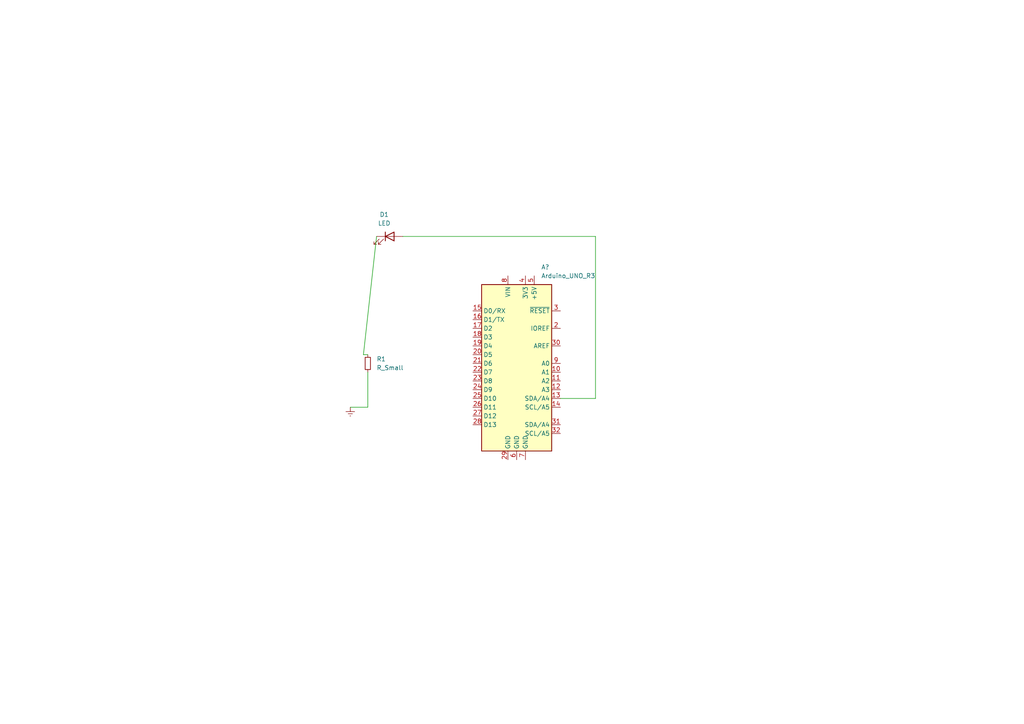
<source format=kicad_sch>
(kicad_sch (version 20211123) (generator eeschema)
  (paper "A4")
  (lib_symbols
    (symbol "Device:LED" (pin_numbers hide) (pin_names (offset 1.016) hide)
      (property "Reference" "D" (at 0 2.54 0))
      (property "Value" "LED" (at 0 -2.54 0))
      (symbol "LED_0_1"
        (polyline (pts (xy -1.27 -1.27) (xy -1.27 1.27)) (stroke (width 0.254)))
        (polyline (pts (xy -1.27 0) (xy 1.27 0)))
        (polyline (pts (xy 1.27 -1.27) (xy 1.27 1.27) (xy -1.27 0) (xy 1.27 -1.27)) (stroke (width 0.254)))
        (polyline (pts (xy -3.048 -0.762) (xy -4.572 -2.286) (xy -3.81 -2.286) (xy -4.572 -2.286) (xy -4.572 -1.524)))
        (polyline (pts (xy -1.778 -0.762) (xy -3.302 -2.286) (xy -2.54 -2.286) (xy -3.302 -2.286) (xy -3.302 -1.524)))
      )
      (symbol "LED_1_1"
        (pin passive line (at -3.81 0 0) (length 2.54) (name "K") (number "1"))
        (pin passive line (at 3.81 0 180) (length 2.54) (name "A") (number "2"))
      )
    )
    (symbol "Device:R_Small" (pin_numbers hide) (pin_names (offset 0.254) hide)
      (property "Reference" "R" (at 0.762 0.508 0))
      (property "Value" "R_Small" (at 0.762 -1.016 0))
      (symbol "R_Small_0_1"
        (rectangle (start -0.762 1.778) (end 0.762 -1.778) (stroke (width 0.2032)))
      )
      (symbol "R_Small_1_1"
        (pin passive line (at 0 2.54 270) (length 0.762) (name "~") (number "1"))
        (pin passive line (at 0 -2.54 90) (length 0.762) (name "~") (number "2"))
      )
    )
    (symbol "MCU_Module:Arduino_UNO_R3"
      (property "Reference" "A" (at -10.16 23.495 0))
      (property "Value" "Arduino_UNO_R3" (at 5.08 -26.67 0))
      (symbol "Arduino_UNO_R3_0_1"
        (rectangle (start -10.16 22.86) (end 10.16 -25.4) (stroke (width 0.254)) (fill (type background)))
      )
      (symbol "Arduino_UNO_R3_1_1"
        (pin no_connect line (at -10.16 -20.32 0) (length 2.54) hide (name "NC") (number "1"))
        (pin bidirectional line (at 12.7 -2.54 180) (length 2.54) (name "A1") (number "10"))
        (pin bidirectional line (at 12.7 -5.08 180) (length 2.54) (name "A2") (number "11"))
        (pin bidirectional line (at 12.7 -7.62 180) (length 2.54) (name "A3") (number "12"))
        (pin bidirectional line (at 12.7 -10.16 180) (length 2.54) (name "SDA/A4") (number "13"))
        (pin bidirectional line (at 12.7 -12.7 180) (length 2.54) (name "SCL/A5") (number "14"))
        (pin bidirectional line (at -12.7 15.24 0) (length 2.54) (name "D0/RX") (number "15"))
        (pin bidirectional line (at -12.7 12.7 0) (length 2.54) (name "D1/TX") (number "16"))
        (pin bidirectional line (at -12.7 10.16 0) (length 2.54) (name "D2") (number "17"))
        (pin bidirectional line (at -12.7 7.62 0) (length 2.54) (name "D3") (number "18"))
        (pin bidirectional line (at -12.7 5.08 0) (length 2.54) (name "D4") (number "19"))
        (pin output line (at 12.7 10.16 180) (length 2.54) (name "IOREF") (number "2"))
        (pin bidirectional line (at -12.7 2.54 0) (length 2.54) (name "D5") (number "20"))
        (pin bidirectional line (at -12.7 0 0) (length 2.54) (name "D6") (number "21"))
        (pin bidirectional line (at -12.7 -2.54 0) (length 2.54) (name "D7") (number "22"))
        (pin bidirectional line (at -12.7 -5.08 0) (length 2.54) (name "D8") (number "23"))
        (pin bidirectional line (at -12.7 -7.62 0) (length 2.54) (name "D9") (number "24"))
        (pin bidirectional line (at -12.7 -10.16 0) (length 2.54) (name "D10") (number "25"))
        (pin bidirectional line (at -12.7 -12.7 0) (length 2.54) (name "D11") (number "26"))
        (pin bidirectional line (at -12.7 -15.24 0) (length 2.54) (name "D12") (number "27"))
        (pin bidirectional line (at -12.7 -17.78 0) (length 2.54) (name "D13") (number "28"))
        (pin power_in line (at -2.54 -27.94 90) (length 2.54) (name "GND") (number "29"))
        (pin input line (at 12.7 15.24 180) (length 2.54) (name "~{RESET}") (number "3"))
        (pin input line (at 12.7 5.08 180) (length 2.54) (name "AREF") (number "30"))
        (pin bidirectional line (at 12.7 -17.78 180) (length 2.54) (name "SDA/A4") (number "31"))
        (pin bidirectional line (at 12.7 -20.32 180) (length 2.54) (name "SCL/A5") (number "32"))
        (pin power_out line (at 2.54 25.4 270) (length 2.54) (name "3V3") (number "4"))
        (pin power_out line (at 5.08 25.4 270) (length 2.54) (name "+5V") (number "5"))
        (pin power_in line (at 0 -27.94 90) (length 2.54) (name "GND") (number "6"))
        (pin power_in line (at 2.54 -27.94 90) (length 2.54) (name "GND") (number "7"))
        (pin power_in line (at -2.54 25.4 270) (length 2.54) (name "VIN") (number "8"))
        (pin bidirectional line (at 12.7 0 180) (length 2.54) (name "A0") (number "9"))
      )
    )
    (symbol "power:Earth" (power) (pin_names (offset 0))
      (symbol "Earth_0_1"
        (polyline (pts (xy -0.635 -1.905) (xy 0.635 -1.905)))
        (polyline (pts (xy -0.127 -2.54) (xy 0.127 -2.54)))
        (polyline (pts (xy 0 -1.27) (xy 0 0)))
        (polyline (pts (xy 1.27 -1.27) (xy -1.27 -1.27)))
      )
      (symbol "Earth_1_1"
        (pin power_in line (at 0 0 270) (length 0) hide (name "Earth") (number "1"))
      )
    )
  )
  (wire (pts (xy 172.72 68.58) (xy 172.72 115.57)))
  (wire (pts (xy 172.72 115.57) (xy 162.56 115.57)))
  (wire (pts (xy 109.22 68.58) (xy 105.41 102.87)))
  (wire (pts (xy 106.68 118.11) (xy 101.6 118.11)))
  (wire (pts (xy 116.84 68.58) (xy 172.72 68.58)))
  (wire (pts (xy 106.68 107.95) (xy 106.68 118.11)))
  (wire (pts (xy 105.41 102.87) (xy 106.68 102.87)))
  (symbol (lib_id "Device:LED") (at 113.03 68.58 0) (unit 1)
    (property "Reference" "D1" (at 111.4425 62.23 0))
    (property "Value" "LED" (at 111.4425 64.77 0))
  )
  (symbol (lib_id "MCU_Module:Arduino_UNO_R3") (at 149.86 105.41 0) (unit 1)
    (property "Reference" "A?" (at 156.9594 77.47 0) (effects (justify left)))
    (property "Value" "Arduino_UNO_R3" (at 156.9594 80.01 0) (effects (justify left)))
    (property "Footprint" "Module:Arduino_UNO_R3" (effects hide))
    (property "Datasheet" "https://www.arduino.cc/en/Main/arduinoBoardUno" (effects hide))
  )
  (symbol (lib_id "power:Earth") (at 101.6 118.11 0) (unit 1)
    (property "Reference" "#PWR?" (effects hide))
    (property "Value" "Earth" (effects hide))
  )
  (symbol (lib_id "Device:R_Small") (at 106.68 105.41 0) (unit 1)
    (property "Reference" "R1" (at 109.22 104.1399 0) (effects (justify left)))
    (property "Value" "R_Small" (at 109.22 106.6799 0) (effects (justify left)))
  )
)
</source>
